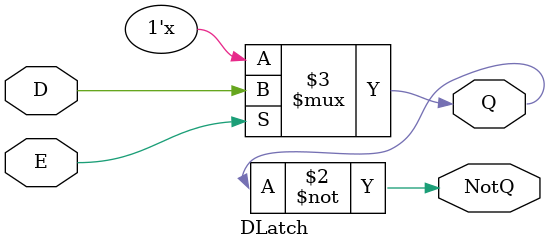
<source format=v>
module DLatch(
    input D,
    input E,
    output reg Q,
    output NotQ
);
    always @(D, E) begin 
        if (E)
            Q <= D; 
    end

    assign NotQ = ~Q; 

endmodule
</source>
